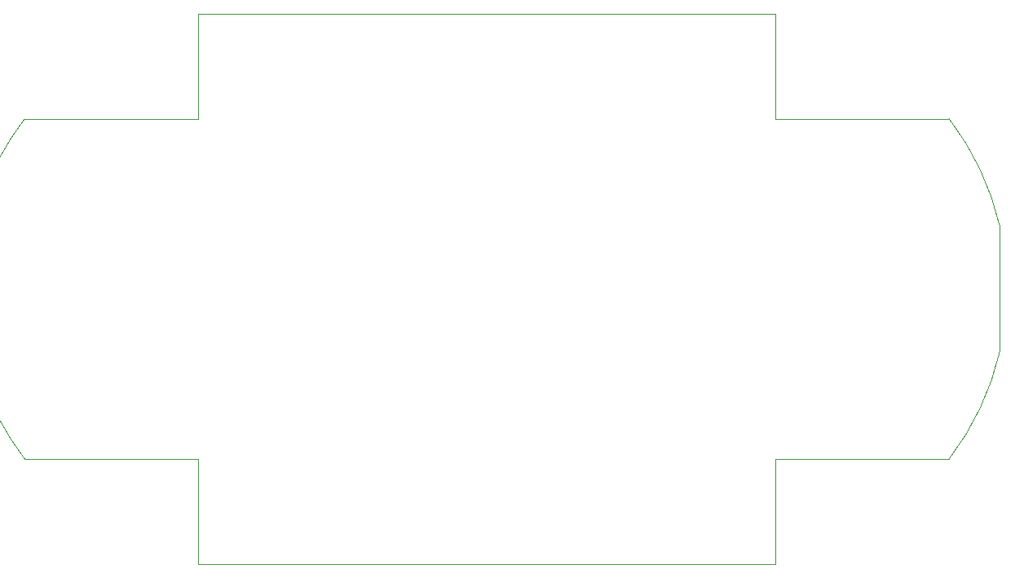
<source format=gbr>
G04*
G04 #@! TF.GenerationSoftware,Altium Limited,Altium Designer,24.3.1 (35)*
G04*
G04 Layer_Color=16711935*
%FSLAX44Y44*%
%MOMM*%
G71*
G04*
G04 #@! TF.SameCoordinates,025A4B24-8724-457C-B47B-0DB420FA472D*
G04*
G04*
G04 #@! TF.FilePolarity,Positive*
G04*
G01*
G75*
%ADD15C,0.0500*%
D15*
X480073Y-176540D02*
G03*
X532567Y-65236I-230073J176540D01*
G01*
Y65236D02*
G03*
X480073Y176540I-282567J-65236D01*
G01*
X-480073D02*
G03*
X-480073Y-176541I230073J-176540D01*
G01*
X-299720Y285750D02*
X299720D01*
X-299720Y-285707D02*
X299720D01*
X532555Y-65236D02*
Y65236D01*
X532567D01*
X299720Y-285750D02*
Y-176530D01*
X480060D01*
X-299720Y-285707D02*
Y-176530D01*
Y176530D02*
Y285750D01*
X299720Y176530D02*
X480060D01*
X299720D02*
Y285750D01*
X-299720Y176530D02*
Y285750D01*
X-480060Y-176530D02*
X-299720D01*
X-480060Y176530D02*
X-299720D01*
M02*

</source>
